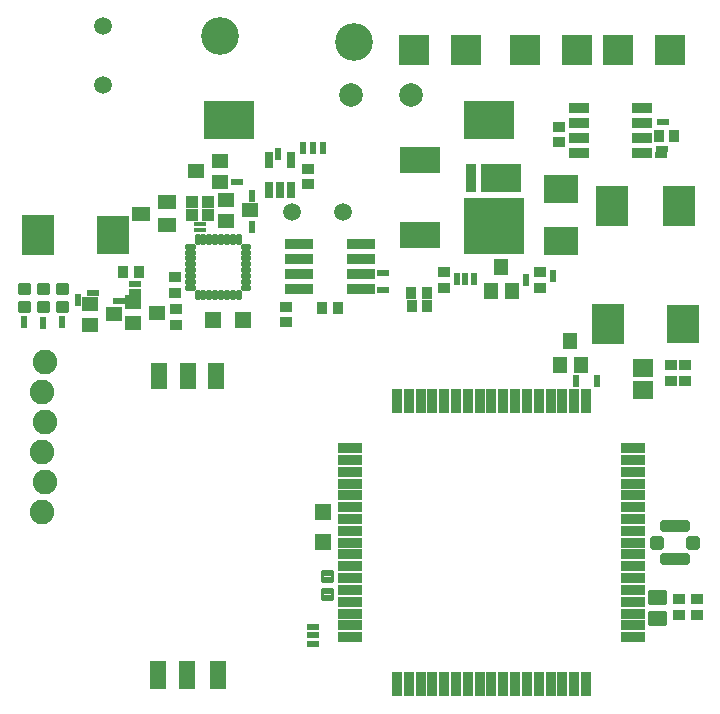
<source format=gts>
G75*
%MOIN*%
%OFA0B0*%
%FSLAX24Y24*%
%IPPOS*%
%LPD*%
%AMOC8*
5,1,8,0,0,1.08239X$1,22.5*
%
%ADD10R,0.0340X0.0840*%
%ADD11R,0.0840X0.0340*%
%ADD12C,0.0107*%
%ADD13R,0.0190X0.0249*%
%ADD14R,0.0552X0.0946*%
%ADD15R,0.0552X0.0867*%
%ADD16R,0.0680X0.0330*%
%ADD17R,0.1080X0.1280*%
%ADD18R,0.1080X0.1330*%
%ADD19R,0.1064X0.1340*%
%ADD20R,0.0434X0.0356*%
%ADD21R,0.1160X0.0930*%
%ADD22C,0.0190*%
%ADD23C,0.0240*%
%ADD24R,0.0249X0.0190*%
%ADD25R,0.1380X0.0880*%
%ADD26R,0.1261X0.1261*%
%ADD27R,0.0320X0.0950*%
%ADD28R,0.1340X0.0946*%
%ADD29R,0.2049X0.1852*%
%ADD30R,0.1025X0.1025*%
%ADD31R,0.0297X0.0552*%
%ADD32R,0.0356X0.0434*%
%ADD33C,0.0820*%
%ADD34R,0.0530X0.0480*%
%ADD35R,0.0480X0.0530*%
%ADD36R,0.0580X0.0580*%
%ADD37R,0.0218X0.0178*%
%ADD38C,0.0095*%
%ADD39C,0.0120*%
%ADD40R,0.0434X0.0395*%
%ADD41C,0.1261*%
%ADD42C,0.0789*%
%ADD43C,0.0595*%
%ADD44R,0.0950X0.0320*%
%ADD45C,0.0099*%
%ADD46R,0.0631X0.0474*%
%ADD47R,0.0671X0.0592*%
D10*
X013007Y000985D03*
X013401Y000985D03*
X013794Y000985D03*
X014188Y000985D03*
X014582Y000985D03*
X014976Y000985D03*
X015369Y000985D03*
X015763Y000985D03*
X016157Y000985D03*
X016550Y000985D03*
X016944Y000985D03*
X017338Y000985D03*
X017731Y000985D03*
X018125Y000985D03*
X018519Y000985D03*
X018913Y000985D03*
X019306Y000985D03*
X019306Y010433D03*
X018913Y010433D03*
X018519Y010433D03*
X018125Y010433D03*
X017731Y010433D03*
X017338Y010433D03*
X016944Y010433D03*
X016550Y010433D03*
X016157Y010433D03*
X015763Y010433D03*
X015369Y010433D03*
X014976Y010433D03*
X014582Y010433D03*
X014188Y010433D03*
X013794Y010433D03*
X013401Y010433D03*
X013007Y010433D03*
D11*
X011432Y008859D03*
X011432Y008465D03*
X011432Y008071D03*
X011432Y007678D03*
X011432Y007284D03*
X011432Y006890D03*
X011432Y006496D03*
X011432Y006103D03*
X011432Y005709D03*
X011432Y005315D03*
X011432Y004922D03*
X011432Y004528D03*
X011432Y004134D03*
X011432Y003741D03*
X011432Y003347D03*
X011432Y002953D03*
X011432Y002559D03*
X020881Y002559D03*
X020881Y002953D03*
X020881Y003347D03*
X020881Y003741D03*
X020881Y004134D03*
X020881Y004528D03*
X020881Y004922D03*
X020881Y005315D03*
X020881Y005709D03*
X020881Y006103D03*
X020881Y006496D03*
X020881Y006890D03*
X020881Y007284D03*
X020881Y007678D03*
X020881Y008071D03*
X020881Y008465D03*
X020881Y008859D03*
D12*
X010825Y004763D02*
X010825Y004441D01*
X010503Y004441D01*
X010503Y004763D01*
X010825Y004763D01*
X010825Y004548D02*
X010503Y004548D01*
X010503Y004655D02*
X010825Y004655D01*
X010825Y004762D02*
X010503Y004762D01*
X010825Y004163D02*
X010825Y003841D01*
X010503Y003841D01*
X010503Y004163D01*
X010825Y004163D01*
X010825Y003948D02*
X010503Y003948D01*
X010503Y004055D02*
X010825Y004055D01*
X010825Y004162D02*
X010503Y004162D01*
D13*
X010308Y002905D03*
X010107Y002905D03*
X010113Y002647D03*
X010313Y002647D03*
X010313Y002346D03*
X010113Y002346D03*
X003852Y013753D03*
X003652Y013753D03*
X004190Y014060D03*
X004391Y014060D03*
X004391Y014347D03*
X004191Y014347D03*
X002985Y014015D03*
X002785Y014015D03*
X007560Y017741D03*
X007761Y017741D03*
X012442Y014709D03*
X012643Y014709D03*
X012643Y014119D03*
X012442Y014119D03*
X021718Y018619D03*
X021919Y018619D03*
X021926Y018836D03*
X021726Y018836D03*
X021783Y019735D03*
X021984Y019735D03*
D14*
X005046Y001308D03*
X006011Y001293D03*
X007035Y001308D03*
D15*
X006968Y011257D03*
X006039Y011257D03*
X005078Y011249D03*
D16*
X019077Y018692D03*
X019077Y019192D03*
X019077Y019692D03*
X019077Y020192D03*
X021177Y020192D03*
X021177Y019692D03*
X021177Y019192D03*
X021177Y018692D03*
D17*
X022529Y012998D03*
X003556Y015969D03*
D18*
X001056Y015969D03*
X020029Y012998D03*
D19*
X020171Y016940D03*
X022415Y016940D03*
D20*
X018395Y019052D03*
X018395Y019564D03*
X017785Y014726D03*
X017785Y014214D03*
X014560Y014214D03*
X014560Y014726D03*
X010052Y017669D03*
X010052Y018181D03*
X005595Y014558D03*
X005595Y014046D03*
X005628Y013489D03*
X005628Y012977D03*
X009309Y013056D03*
X009309Y013567D03*
X022149Y011619D03*
X022621Y011619D03*
X022621Y011107D03*
X022149Y011107D03*
X022395Y003824D03*
X022395Y003313D03*
X022995Y003313D03*
X022995Y003824D03*
D21*
X018478Y015759D03*
X018478Y017499D03*
D22*
X021868Y006164D02*
X022658Y006164D01*
X021868Y006164D02*
X021868Y006354D01*
X022658Y006354D01*
X022658Y006164D01*
X022658Y006353D02*
X021868Y006353D01*
X021868Y005064D02*
X022658Y005064D01*
X021868Y005064D02*
X021868Y005254D01*
X022658Y005254D01*
X022658Y005064D01*
X022658Y005253D02*
X021868Y005253D01*
D23*
X021783Y005829D02*
X021543Y005829D01*
X021783Y005829D02*
X021783Y005589D01*
X021543Y005589D01*
X021543Y005829D01*
X021543Y005828D02*
X021783Y005828D01*
X022743Y005829D02*
X022983Y005829D01*
X022983Y005589D01*
X022743Y005589D01*
X022743Y005829D01*
X022743Y005828D02*
X022983Y005828D01*
D24*
X019673Y011002D03*
X019673Y011202D03*
X018975Y011207D03*
X018975Y011006D03*
X018217Y014506D03*
X018217Y014706D03*
X017295Y014577D03*
X017295Y014376D03*
X015568Y014389D03*
X015568Y014590D03*
X015285Y014593D03*
X015285Y014392D03*
X014998Y014403D03*
X014998Y014604D03*
X010553Y018765D03*
X010553Y018966D03*
X010219Y018966D03*
X010219Y018765D03*
X009888Y018765D03*
X009888Y018965D03*
X009037Y018769D03*
X009037Y018568D03*
X008172Y017369D03*
X008172Y017168D03*
X008172Y016345D03*
X008172Y016144D03*
X002362Y013910D03*
X002362Y013709D03*
X001837Y013163D03*
X001837Y012962D03*
X001200Y012931D03*
X001200Y013131D03*
X000586Y013151D03*
X000586Y012950D03*
D25*
X013774Y015973D03*
X013774Y018473D03*
D26*
X015887Y019799D03*
X016281Y019799D03*
X007594Y019799D03*
X007200Y019799D03*
D27*
X015477Y017873D03*
D28*
X016463Y017867D03*
D29*
X016227Y016252D03*
D30*
X015298Y022142D03*
X013566Y022142D03*
X017283Y022144D03*
X019016Y022144D03*
X020377Y022134D03*
X022109Y022134D03*
D31*
X009474Y018476D03*
X008726Y018476D03*
X008726Y017452D03*
X009100Y017452D03*
X009474Y017452D03*
D32*
X010515Y013528D03*
X011027Y013528D03*
X013498Y013585D03*
X013490Y014039D03*
X014002Y014039D03*
X014010Y013585D03*
X021741Y019258D03*
X022252Y019258D03*
X004397Y014742D03*
X003885Y014742D03*
D33*
X001265Y011717D03*
X001165Y010717D03*
X001265Y009717D03*
X001165Y008717D03*
X001265Y007717D03*
X001165Y006717D03*
D34*
X002776Y012972D03*
X002776Y013672D03*
X003576Y013322D03*
X004201Y013027D03*
X004201Y013727D03*
X005001Y013377D03*
X007300Y016446D03*
X007300Y017146D03*
X007116Y017745D03*
X007116Y018445D03*
X006316Y018095D03*
X008100Y016796D03*
D35*
X016141Y014092D03*
X016841Y014092D03*
X016491Y014892D03*
X018783Y012432D03*
X018433Y011632D03*
X019133Y011632D03*
D36*
X010539Y006719D03*
X010539Y005719D03*
X007882Y013131D03*
X006882Y013131D03*
D37*
X006551Y016121D03*
X006551Y016318D03*
X006345Y016316D03*
X006345Y016119D03*
D38*
X001669Y014318D02*
X001669Y014032D01*
X001669Y014318D02*
X002005Y014318D01*
X002005Y014032D01*
X001669Y014032D01*
X001669Y014126D02*
X002005Y014126D01*
X002005Y014220D02*
X001669Y014220D01*
X001669Y014314D02*
X002005Y014314D01*
X001669Y013718D02*
X001669Y013432D01*
X001669Y013718D02*
X002005Y013718D01*
X002005Y013432D01*
X001669Y013432D01*
X001669Y013526D02*
X002005Y013526D01*
X002005Y013620D02*
X001669Y013620D01*
X001669Y013714D02*
X002005Y013714D01*
X001032Y013718D02*
X001032Y013432D01*
X001032Y013718D02*
X001368Y013718D01*
X001368Y013432D01*
X001032Y013432D01*
X001032Y013526D02*
X001368Y013526D01*
X001368Y013620D02*
X001032Y013620D01*
X001032Y013714D02*
X001368Y013714D01*
X001032Y014032D02*
X001032Y014318D01*
X001368Y014318D01*
X001368Y014032D01*
X001032Y014032D01*
X001032Y014126D02*
X001368Y014126D01*
X001368Y014220D02*
X001032Y014220D01*
X001032Y014314D02*
X001368Y014314D01*
X000394Y014318D02*
X000394Y014032D01*
X000394Y014318D02*
X000730Y014318D01*
X000730Y014032D01*
X000394Y014032D01*
X000394Y014126D02*
X000730Y014126D01*
X000730Y014220D02*
X000394Y014220D01*
X000394Y014314D02*
X000730Y014314D01*
X000394Y013718D02*
X000394Y013432D01*
X000394Y013718D02*
X000730Y013718D01*
X000730Y013432D01*
X000394Y013432D01*
X000394Y013526D02*
X000730Y013526D01*
X000730Y013620D02*
X000394Y013620D01*
X000394Y013714D02*
X000730Y013714D01*
D39*
X021950Y004049D02*
X021950Y003689D01*
X021440Y003689D01*
X021440Y004049D01*
X021950Y004049D01*
X021950Y003808D02*
X021440Y003808D01*
X021440Y003927D02*
X021950Y003927D01*
X021950Y004046D02*
X021440Y004046D01*
X021950Y003349D02*
X021950Y002989D01*
X021440Y002989D01*
X021440Y003349D01*
X021950Y003349D01*
X021950Y003108D02*
X021440Y003108D01*
X021440Y003227D02*
X021950Y003227D01*
X021950Y003346D02*
X021440Y003346D01*
D40*
X006717Y016622D03*
X006717Y017055D03*
X006165Y017055D03*
X006165Y016622D03*
D41*
X011558Y022386D03*
X007119Y022595D03*
D42*
X011491Y020642D03*
X013475Y020642D03*
D43*
X011205Y016744D03*
X009512Y016745D03*
X003207Y020965D03*
X003207Y022933D03*
D44*
X009741Y015656D03*
X009741Y015156D03*
X009741Y014656D03*
X009741Y014156D03*
X011801Y014156D03*
X011801Y014656D03*
X011801Y015156D03*
X011801Y015656D03*
D45*
X007827Y015645D02*
X007827Y015545D01*
X007827Y015645D02*
X008085Y015645D01*
X008085Y015545D01*
X007827Y015545D01*
X007827Y015643D02*
X008085Y015643D01*
X007827Y015448D02*
X007827Y015348D01*
X007827Y015448D02*
X008085Y015448D01*
X008085Y015348D01*
X007827Y015348D01*
X007827Y015446D02*
X008085Y015446D01*
X007827Y015251D02*
X007827Y015151D01*
X007827Y015251D02*
X008085Y015251D01*
X008085Y015151D01*
X007827Y015151D01*
X007827Y015249D02*
X008085Y015249D01*
X007827Y015054D02*
X007827Y014954D01*
X007827Y015054D02*
X008085Y015054D01*
X008085Y014954D01*
X007827Y014954D01*
X007827Y015052D02*
X008085Y015052D01*
X007827Y014857D02*
X007827Y014757D01*
X007827Y014857D02*
X008085Y014857D01*
X008085Y014757D01*
X007827Y014757D01*
X007827Y014855D02*
X008085Y014855D01*
X007827Y014661D02*
X007827Y014561D01*
X007827Y014661D02*
X008085Y014661D01*
X008085Y014561D01*
X007827Y014561D01*
X007827Y014659D02*
X008085Y014659D01*
X007827Y014464D02*
X007827Y014364D01*
X007827Y014464D02*
X008085Y014464D01*
X008085Y014364D01*
X007827Y014364D01*
X007827Y014462D02*
X008085Y014462D01*
X007827Y014267D02*
X007827Y014167D01*
X007827Y014267D02*
X008085Y014267D01*
X008085Y014167D01*
X007827Y014167D01*
X007827Y014265D02*
X008085Y014265D01*
X007670Y014110D02*
X007670Y013852D01*
X007670Y014110D02*
X007770Y014110D01*
X007770Y013852D01*
X007670Y013852D01*
X007670Y013950D02*
X007770Y013950D01*
X007770Y014048D02*
X007670Y014048D01*
X007473Y014110D02*
X007473Y013852D01*
X007473Y014110D02*
X007573Y014110D01*
X007573Y013852D01*
X007473Y013852D01*
X007473Y013950D02*
X007573Y013950D01*
X007573Y014048D02*
X007473Y014048D01*
X007276Y014110D02*
X007276Y013852D01*
X007276Y014110D02*
X007376Y014110D01*
X007376Y013852D01*
X007276Y013852D01*
X007276Y013950D02*
X007376Y013950D01*
X007376Y014048D02*
X007276Y014048D01*
X007079Y014110D02*
X007079Y013852D01*
X007079Y014110D02*
X007179Y014110D01*
X007179Y013852D01*
X007079Y013852D01*
X007079Y013950D02*
X007179Y013950D01*
X007179Y014048D02*
X007079Y014048D01*
X006882Y014110D02*
X006882Y013852D01*
X006882Y014110D02*
X006982Y014110D01*
X006982Y013852D01*
X006882Y013852D01*
X006882Y013950D02*
X006982Y013950D01*
X006982Y014048D02*
X006882Y014048D01*
X006685Y014110D02*
X006685Y013852D01*
X006685Y014110D02*
X006785Y014110D01*
X006785Y013852D01*
X006685Y013852D01*
X006685Y013950D02*
X006785Y013950D01*
X006785Y014048D02*
X006685Y014048D01*
X006489Y014110D02*
X006489Y013852D01*
X006489Y014110D02*
X006589Y014110D01*
X006589Y013852D01*
X006489Y013852D01*
X006489Y013950D02*
X006589Y013950D01*
X006589Y014048D02*
X006489Y014048D01*
X006292Y014110D02*
X006292Y013852D01*
X006292Y014110D02*
X006392Y014110D01*
X006392Y013852D01*
X006292Y013852D01*
X006292Y013950D02*
X006392Y013950D01*
X006392Y014048D02*
X006292Y014048D01*
X005977Y014167D02*
X005977Y014267D01*
X006235Y014267D01*
X006235Y014167D01*
X005977Y014167D01*
X005977Y014265D02*
X006235Y014265D01*
X005977Y014364D02*
X005977Y014464D01*
X006235Y014464D01*
X006235Y014364D01*
X005977Y014364D01*
X005977Y014462D02*
X006235Y014462D01*
X005977Y014561D02*
X005977Y014661D01*
X006235Y014661D01*
X006235Y014561D01*
X005977Y014561D01*
X005977Y014659D02*
X006235Y014659D01*
X005977Y014757D02*
X005977Y014857D01*
X006235Y014857D01*
X006235Y014757D01*
X005977Y014757D01*
X005977Y014855D02*
X006235Y014855D01*
X005977Y014954D02*
X005977Y015054D01*
X006235Y015054D01*
X006235Y014954D01*
X005977Y014954D01*
X005977Y015052D02*
X006235Y015052D01*
X005977Y015151D02*
X005977Y015251D01*
X006235Y015251D01*
X006235Y015151D01*
X005977Y015151D01*
X005977Y015249D02*
X006235Y015249D01*
X005977Y015348D02*
X005977Y015448D01*
X006235Y015448D01*
X006235Y015348D01*
X005977Y015348D01*
X005977Y015446D02*
X006235Y015446D01*
X005977Y015545D02*
X005977Y015645D01*
X006235Y015645D01*
X006235Y015545D01*
X005977Y015545D01*
X005977Y015643D02*
X006235Y015643D01*
X006292Y015702D02*
X006292Y015960D01*
X006392Y015960D01*
X006392Y015702D01*
X006292Y015702D01*
X006292Y015800D02*
X006392Y015800D01*
X006392Y015898D02*
X006292Y015898D01*
X006489Y015960D02*
X006489Y015702D01*
X006489Y015960D02*
X006589Y015960D01*
X006589Y015702D01*
X006489Y015702D01*
X006489Y015800D02*
X006589Y015800D01*
X006589Y015898D02*
X006489Y015898D01*
X006685Y015960D02*
X006685Y015702D01*
X006685Y015960D02*
X006785Y015960D01*
X006785Y015702D01*
X006685Y015702D01*
X006685Y015800D02*
X006785Y015800D01*
X006785Y015898D02*
X006685Y015898D01*
X006882Y015960D02*
X006882Y015702D01*
X006882Y015960D02*
X006982Y015960D01*
X006982Y015702D01*
X006882Y015702D01*
X006882Y015800D02*
X006982Y015800D01*
X006982Y015898D02*
X006882Y015898D01*
X007079Y015960D02*
X007079Y015702D01*
X007079Y015960D02*
X007179Y015960D01*
X007179Y015702D01*
X007079Y015702D01*
X007079Y015800D02*
X007179Y015800D01*
X007179Y015898D02*
X007079Y015898D01*
X007276Y015960D02*
X007276Y015702D01*
X007276Y015960D02*
X007376Y015960D01*
X007376Y015702D01*
X007276Y015702D01*
X007276Y015800D02*
X007376Y015800D01*
X007376Y015898D02*
X007276Y015898D01*
X007473Y015960D02*
X007473Y015702D01*
X007473Y015960D02*
X007573Y015960D01*
X007573Y015702D01*
X007473Y015702D01*
X007473Y015800D02*
X007573Y015800D01*
X007573Y015898D02*
X007473Y015898D01*
X007670Y015960D02*
X007670Y015702D01*
X007670Y015960D02*
X007770Y015960D01*
X007770Y015702D01*
X007670Y015702D01*
X007670Y015800D02*
X007770Y015800D01*
X007770Y015898D02*
X007670Y015898D01*
D46*
X005338Y016304D03*
X005338Y017052D03*
X004472Y016678D03*
D47*
X021204Y011540D03*
X021204Y010792D03*
M02*

</source>
